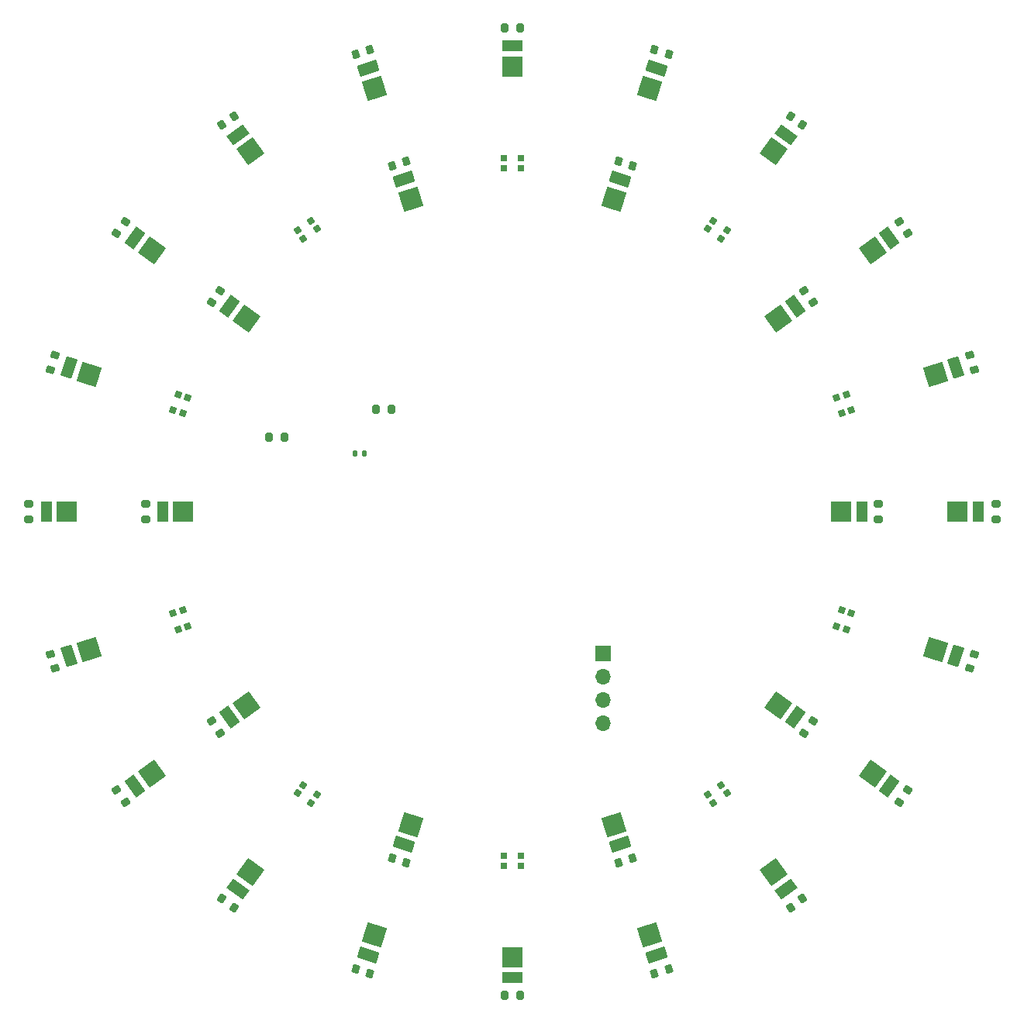
<source format=gbr>
%TF.GenerationSoftware,KiCad,Pcbnew,8.0.3*%
%TF.CreationDate,2024-07-17T21:07:09-04:00*%
%TF.ProjectId,Mainboard,4d61696e-626f-4617-9264-2e6b69636164,rev?*%
%TF.SameCoordinates,Original*%
%TF.FileFunction,Soldermask,Top*%
%TF.FilePolarity,Negative*%
%FSLAX46Y46*%
G04 Gerber Fmt 4.6, Leading zero omitted, Abs format (unit mm)*
G04 Created by KiCad (PCBNEW 8.0.3) date 2024-07-17 21:07:09*
%MOMM*%
%LPD*%
G01*
G04 APERTURE LIST*
G04 Aperture macros list*
%AMRoundRect*
0 Rectangle with rounded corners*
0 $1 Rounding radius*
0 $2 $3 $4 $5 $6 $7 $8 $9 X,Y pos of 4 corners*
0 Add a 4 corners polygon primitive as box body*
4,1,4,$2,$3,$4,$5,$6,$7,$8,$9,$2,$3,0*
0 Add four circle primitives for the rounded corners*
1,1,$1+$1,$2,$3*
1,1,$1+$1,$4,$5*
1,1,$1+$1,$6,$7*
1,1,$1+$1,$8,$9*
0 Add four rect primitives between the rounded corners*
20,1,$1+$1,$2,$3,$4,$5,0*
20,1,$1+$1,$4,$5,$6,$7,0*
20,1,$1+$1,$6,$7,$8,$9,0*
20,1,$1+$1,$8,$9,$2,$3,0*%
%AMRotRect*
0 Rectangle, with rotation*
0 The origin of the aperture is its center*
0 $1 length*
0 $2 width*
0 $3 Rotation angle, in degrees counterclockwise*
0 Add horizontal line*
21,1,$1,$2,0,0,$3*%
G04 Aperture macros list end*
%ADD10RoundRect,0.135000X-0.135000X-0.185000X0.135000X-0.185000X0.135000X0.185000X-0.135000X0.185000X0*%
%ADD11RoundRect,0.200000X-0.200000X-0.275000X0.200000X-0.275000X0.200000X0.275000X-0.200000X0.275000X0*%
%ADD12RotRect,0.700000X0.700000X324.000000*%
%ADD13RotRect,0.700000X0.700000X288.000000*%
%ADD14RotRect,0.700000X0.700000X252.000000*%
%ADD15RotRect,0.700000X0.700000X216.000000*%
%ADD16R,0.700000X0.700000*%
%ADD17RotRect,0.700000X0.700000X144.000000*%
%ADD18RotRect,0.700000X0.700000X108.000000*%
%ADD19RotRect,0.700000X0.700000X72.000000*%
%ADD20RotRect,0.700000X0.700000X36.000000*%
%ADD21RoundRect,0.200000X0.104923X-0.323444X0.340037X0.000162X-0.104923X0.323444X-0.340037X-0.000162X0*%
%ADD22RotRect,1.250000X2.200000X324.000000*%
%ADD23RotRect,2.200000X2.200000X324.000000*%
%ADD24RoundRect,0.200000X-0.105232X-0.323344X0.275191X-0.199737X0.105232X0.323344X-0.275191X0.199737X0*%
%ADD25RotRect,1.250000X2.200000X288.000000*%
%ADD26RotRect,2.200000X2.200000X288.000000*%
%ADD27RoundRect,0.200000X-0.275191X-0.199737X0.105232X-0.323344X0.275191X0.199737X-0.105232X0.323344X0*%
%ADD28RotRect,1.250000X2.200000X252.000000*%
%ADD29RotRect,2.200000X2.200000X252.000000*%
%ADD30RoundRect,0.200000X-0.340037X0.000162X-0.104923X-0.323444X0.340037X-0.000162X0.104923X0.323444X0*%
%ADD31RotRect,1.250000X2.200000X216.000000*%
%ADD32RotRect,2.200000X2.200000X216.000000*%
%ADD33RoundRect,0.200000X-0.275000X0.200000X-0.275000X-0.200000X0.275000X-0.200000X0.275000X0.200000X0*%
%ADD34R,1.250000X2.200000*%
%ADD35R,2.200000X2.200000*%
%ADD36RoundRect,0.200000X-0.104923X0.323444X-0.340037X-0.000162X0.104923X-0.323444X0.340037X0.000162X0*%
%ADD37RotRect,1.250000X2.200000X144.000000*%
%ADD38RotRect,2.200000X2.200000X144.000000*%
%ADD39RoundRect,0.200000X0.105232X0.323344X-0.275191X0.199737X-0.105232X-0.323344X0.275191X-0.199737X0*%
%ADD40RotRect,1.250000X2.200000X108.000000*%
%ADD41RotRect,2.200000X2.200000X108.000000*%
%ADD42RoundRect,0.200000X0.275191X0.199737X-0.105232X0.323344X-0.275191X-0.199737X0.105232X-0.323344X0*%
%ADD43RotRect,1.250000X2.200000X72.000000*%
%ADD44RotRect,2.200000X2.200000X72.000000*%
%ADD45RoundRect,0.200000X0.340037X-0.000162X0.104923X0.323444X-0.340037X0.000162X-0.104923X-0.323444X0*%
%ADD46RotRect,1.250000X2.200000X36.000000*%
%ADD47RotRect,2.200000X2.200000X36.000000*%
%ADD48RoundRect,0.200000X0.199737X-0.275191X0.323344X0.105232X-0.199737X0.275191X-0.323344X-0.105232X0*%
%ADD49RotRect,2.200000X2.200000X342.000000*%
%ADD50RotRect,1.250000X2.200000X342.000000*%
%ADD51RoundRect,0.200000X-0.000162X-0.340037X0.323444X-0.104923X0.000162X0.340037X-0.323444X0.104923X0*%
%ADD52RotRect,2.200000X2.200000X306.000000*%
%ADD53RotRect,1.250000X2.200000X306.000000*%
%ADD54R,2.200000X1.250000*%
%ADD55RoundRect,0.200000X-0.323444X-0.104923X0.000162X-0.340037X0.323444X0.104923X-0.000162X0.340037X0*%
%ADD56RotRect,2.200000X2.200000X234.000000*%
%ADD57RotRect,1.250000X2.200000X234.000000*%
%ADD58RoundRect,0.200000X-0.323344X0.105232X-0.199737X-0.275191X0.323344X-0.105232X0.199737X0.275191X0*%
%ADD59RotRect,2.200000X2.200000X198.000000*%
%ADD60RotRect,1.250000X2.200000X198.000000*%
%ADD61RoundRect,0.200000X-0.199737X0.275191X-0.323344X-0.105232X0.199737X-0.275191X0.323344X0.105232X0*%
%ADD62RotRect,2.200000X2.200000X162.000000*%
%ADD63RotRect,1.250000X2.200000X162.000000*%
%ADD64RoundRect,0.200000X0.000162X0.340037X-0.323444X0.104923X-0.000162X-0.340037X0.323444X-0.104923X0*%
%ADD65RotRect,2.200000X2.200000X126.000000*%
%ADD66RotRect,1.250000X2.200000X126.000000*%
%ADD67RoundRect,0.200000X0.200000X0.275000X-0.200000X0.275000X-0.200000X-0.275000X0.200000X-0.275000X0*%
%ADD68RoundRect,0.200000X0.323444X0.104923X-0.000162X0.340037X-0.323444X-0.104923X0.000162X-0.340037X0*%
%ADD69RotRect,2.200000X2.200000X54.000000*%
%ADD70RotRect,1.250000X2.200000X54.000000*%
%ADD71RoundRect,0.200000X0.323344X-0.105232X0.199737X0.275191X-0.323344X0.105232X-0.199737X-0.275191X0*%
%ADD72RotRect,2.200000X2.200000X18.000000*%
%ADD73RotRect,1.250000X2.200000X18.000000*%
%ADD74RoundRect,0.200000X0.275000X-0.200000X0.275000X0.200000X-0.275000X0.200000X-0.275000X-0.200000X0*%
%ADD75R,1.700000X1.700000*%
%ADD76O,1.700000X1.700000*%
G04 APERTURE END LIST*
D10*
%TO.C,R4*%
X109790000Y-95250000D03*
X110810000Y-95250000D03*
%TD*%
D11*
%TO.C,R2*%
X100458000Y-93472000D03*
X102108000Y-93472000D03*
%TD*%
%TO.C,R3*%
X112142000Y-90424000D03*
X113792000Y-90424000D03*
%TD*%
D12*
%TO.C,D40*%
X148977649Y-69793670D03*
X148331086Y-70683589D03*
X149811587Y-71759236D03*
X150458150Y-70869317D03*
%TD*%
D13*
%TO.C,D39*%
X163475584Y-88786277D03*
X162429421Y-89126196D03*
X162994922Y-90866629D03*
X164041085Y-90526710D03*
%TD*%
D14*
%TO.C,D38*%
X164041085Y-112673290D03*
X162994922Y-112333371D03*
X162429421Y-114073804D03*
X163475584Y-114413723D03*
%TD*%
D15*
%TO.C,D37*%
X150458150Y-132330683D03*
X149811587Y-131440764D03*
X148331086Y-132516411D03*
X148977649Y-133406330D03*
%TD*%
D16*
%TO.C,D36*%
X127915000Y-140250000D03*
X127915000Y-139150000D03*
X126085000Y-139150000D03*
X126085000Y-140250000D03*
%TD*%
D17*
%TO.C,D35*%
X105022351Y-133406330D03*
X105668914Y-132516411D03*
X104188413Y-131440764D03*
X103541850Y-132330683D03*
%TD*%
D18*
%TO.C,D34*%
X90524416Y-114413723D03*
X91570579Y-114073804D03*
X91005078Y-112333371D03*
X89958915Y-112673290D03*
%TD*%
D19*
%TO.C,D33*%
X89958915Y-90526710D03*
X91005078Y-90866629D03*
X91570579Y-89126196D03*
X90524416Y-88786277D03*
%TD*%
D20*
%TO.C,D32*%
X103541850Y-70869317D03*
X104188413Y-71759236D03*
X105668914Y-70683589D03*
X105022351Y-69793670D03*
%TD*%
D16*
%TO.C,D31*%
X126085000Y-62950000D03*
X126085000Y-64050000D03*
X127915000Y-64050000D03*
X127915000Y-62950000D03*
%TD*%
D21*
%TO.C,R34*%
X159849648Y-124446910D03*
X158879802Y-125781788D03*
%TD*%
D22*
%TO.C,D30*%
X157908494Y-124056336D03*
D23*
X156067981Y-122719124D03*
%TD*%
D24*
%TO.C,R33*%
X140146847Y-139392077D03*
X138577603Y-139901955D03*
%TD*%
D25*
%TO.C,D29*%
X138805994Y-137935114D03*
D26*
X138102981Y-135771460D03*
%TD*%
D27*
%TO.C,R32*%
X115422397Y-139901955D03*
X113853153Y-139392077D03*
%TD*%
D28*
%TO.C,D28*%
X115194006Y-137935114D03*
D29*
X115897019Y-135771460D03*
%TD*%
D30*
%TO.C,R31*%
X95120198Y-125781788D03*
X94150352Y-124446910D03*
%TD*%
D31*
%TO.C,D27*%
X96091506Y-124056336D03*
D32*
X97932019Y-122719124D03*
%TD*%
D33*
%TO.C,R30*%
X86995000Y-102425000D03*
X86995000Y-100775000D03*
%TD*%
D34*
%TO.C,D26*%
X88795000Y-101600000D03*
D35*
X91070000Y-101600000D03*
%TD*%
D36*
%TO.C,R29*%
X94150352Y-78753090D03*
X95120198Y-77418212D03*
%TD*%
D37*
%TO.C,D25*%
X96091506Y-79143664D03*
D38*
X97932019Y-80480876D03*
%TD*%
D39*
%TO.C,R28*%
X113853153Y-63807923D03*
X115422397Y-63298045D03*
%TD*%
D40*
%TO.C,D24*%
X115194006Y-65264886D03*
D41*
X115897019Y-67428540D03*
%TD*%
D42*
%TO.C,R27*%
X138577603Y-63298045D03*
X140146847Y-63807923D03*
%TD*%
D43*
%TO.C,D23*%
X138805994Y-65264886D03*
D44*
X138102981Y-67428540D03*
%TD*%
D45*
%TO.C,R26*%
X158879802Y-77418212D03*
X159849648Y-78753090D03*
%TD*%
D46*
%TO.C,D22*%
X157908494Y-79143664D03*
D47*
X156067981Y-80480876D03*
%TD*%
D48*
%TO.C,R24*%
X177480234Y-117134565D03*
X176970356Y-118703809D03*
%TD*%
D49*
%TO.C,D20*%
X173249878Y-116627497D03*
D50*
X175413532Y-117330510D03*
%TD*%
D21*
%TO.C,R23*%
X170209110Y-131973500D03*
X169239264Y-133308378D03*
%TD*%
D23*
%TO.C,D19*%
X166342497Y-130183997D03*
D22*
X168183010Y-131521209D03*
%TD*%
D51*
%TO.C,R22*%
X158708378Y-143839264D03*
X157373500Y-144809110D03*
%TD*%
D52*
%TO.C,D18*%
X155583997Y-140942497D03*
D53*
X156921209Y-142783010D03*
%TD*%
D24*
%TO.C,R21*%
X144103809Y-151570356D03*
X142534565Y-152080234D03*
%TD*%
D26*
%TO.C,D17*%
X142027497Y-147849878D03*
D25*
X142730510Y-150013532D03*
%TD*%
D11*
%TO.C,R20*%
X127825000Y-154410000D03*
X126175000Y-154410000D03*
%TD*%
D35*
%TO.C,D16*%
X127000000Y-150230000D03*
D54*
X127000000Y-152505000D03*
%TD*%
D27*
%TO.C,R19*%
X111465435Y-152080234D03*
X109896191Y-151570356D03*
%TD*%
D29*
%TO.C,D15*%
X111972503Y-147849878D03*
D28*
X111269490Y-150013532D03*
%TD*%
D55*
%TO.C,R18*%
X96626500Y-144809110D03*
X95291622Y-143839264D03*
%TD*%
D56*
%TO.C,D14*%
X98416003Y-140942497D03*
D57*
X97078791Y-142783010D03*
%TD*%
D30*
%TO.C,R17*%
X84760736Y-133308378D03*
X83790890Y-131973500D03*
%TD*%
D32*
%TO.C,D13*%
X87657503Y-130183997D03*
D31*
X85816990Y-131521209D03*
%TD*%
D58*
%TO.C,R16*%
X77029644Y-118703809D03*
X76519766Y-117134565D03*
%TD*%
D59*
%TO.C,D12*%
X80750122Y-116627497D03*
D60*
X78586468Y-117330510D03*
%TD*%
D33*
%TO.C,R15*%
X74190000Y-102425000D03*
X74190000Y-100775000D03*
%TD*%
D35*
%TO.C,D11*%
X78370000Y-101600000D03*
D34*
X76095000Y-101600000D03*
%TD*%
D61*
%TO.C,R14*%
X76519766Y-86065435D03*
X77029644Y-84496191D03*
%TD*%
D62*
%TO.C,D10*%
X80750122Y-86572503D03*
D63*
X78586468Y-85869490D03*
%TD*%
D36*
%TO.C,R13*%
X83790890Y-71226500D03*
X84760736Y-69891622D03*
%TD*%
D38*
%TO.C,D9*%
X87657503Y-73016003D03*
D37*
X85816990Y-71678791D03*
%TD*%
D64*
%TO.C,R12*%
X95291622Y-59360736D03*
X96626500Y-58390890D03*
%TD*%
D65*
%TO.C,D8*%
X98416003Y-62257503D03*
D66*
X97078791Y-60416990D03*
%TD*%
D39*
%TO.C,R11*%
X109896191Y-51629644D03*
X111465435Y-51119766D03*
%TD*%
D41*
%TO.C,D7*%
X111972503Y-55350122D03*
D40*
X111269490Y-53186468D03*
%TD*%
D67*
%TO.C,R10*%
X126175000Y-48790000D03*
X127825000Y-48790000D03*
%TD*%
D35*
%TO.C,D6*%
X127000000Y-52970000D03*
D54*
X127000000Y-50695000D03*
%TD*%
D42*
%TO.C,R9*%
X142534565Y-51119766D03*
X144103809Y-51629644D03*
%TD*%
D44*
%TO.C,D5*%
X142027497Y-55350122D03*
D43*
X142730510Y-53186468D03*
%TD*%
D68*
%TO.C,R8*%
X157373500Y-58390890D03*
X158708378Y-59360736D03*
%TD*%
D69*
%TO.C,D4*%
X155583997Y-62257503D03*
D70*
X156921209Y-60416990D03*
%TD*%
D45*
%TO.C,R7*%
X169239264Y-69891622D03*
X170209110Y-71226500D03*
%TD*%
D47*
%TO.C,D3*%
X166342497Y-73016003D03*
D46*
X168183010Y-71678791D03*
%TD*%
D71*
%TO.C,R6*%
X176970356Y-84496191D03*
X177480234Y-86065435D03*
%TD*%
D72*
%TO.C,D2*%
X173249878Y-86572503D03*
D73*
X175413532Y-85869490D03*
%TD*%
D34*
%TO.C,D21*%
X165205000Y-101600000D03*
D35*
X162930000Y-101600000D03*
%TD*%
D74*
%TO.C,R25*%
X167005000Y-100775000D03*
X167005000Y-102425000D03*
%TD*%
D75*
%TO.C,J1*%
X136906000Y-117094000D03*
D76*
X136906000Y-119634000D03*
X136906000Y-122174000D03*
X136906000Y-124714000D03*
%TD*%
D35*
%TO.C,D1*%
X175630000Y-101600000D03*
D34*
X177905000Y-101600000D03*
%TD*%
D74*
%TO.C,R5*%
X179810000Y-100775000D03*
X179810000Y-102425000D03*
%TD*%
M02*

</source>
